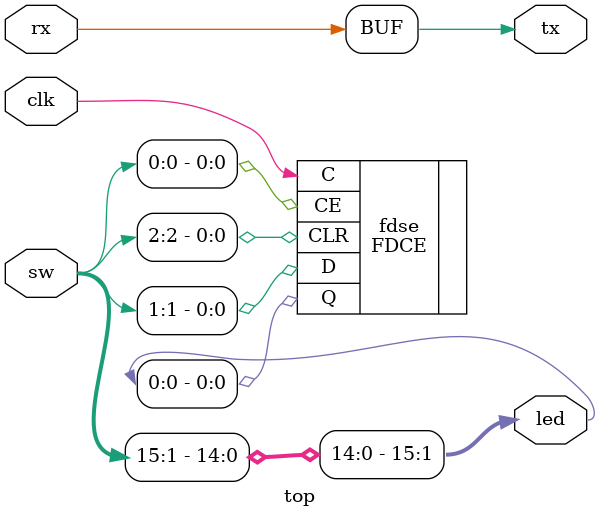
<source format=v>
module top (
    input wire clk,

    input  wire rx,
    output wire tx,

    input  wire [15:0] sw,
    output wire [15:0] led
);
  assign led[15:1] = sw[15:1];

  FDCE #(
      .INIT(0),
  ) fdse (
      .Q  (led[0]),
      .C  (clk),
      .CE (sw[0]),
      .D  (sw[1]),
      .CLR(sw[2])
  );

  // uart loopback
  assign tx = rx;

endmodule

</source>
